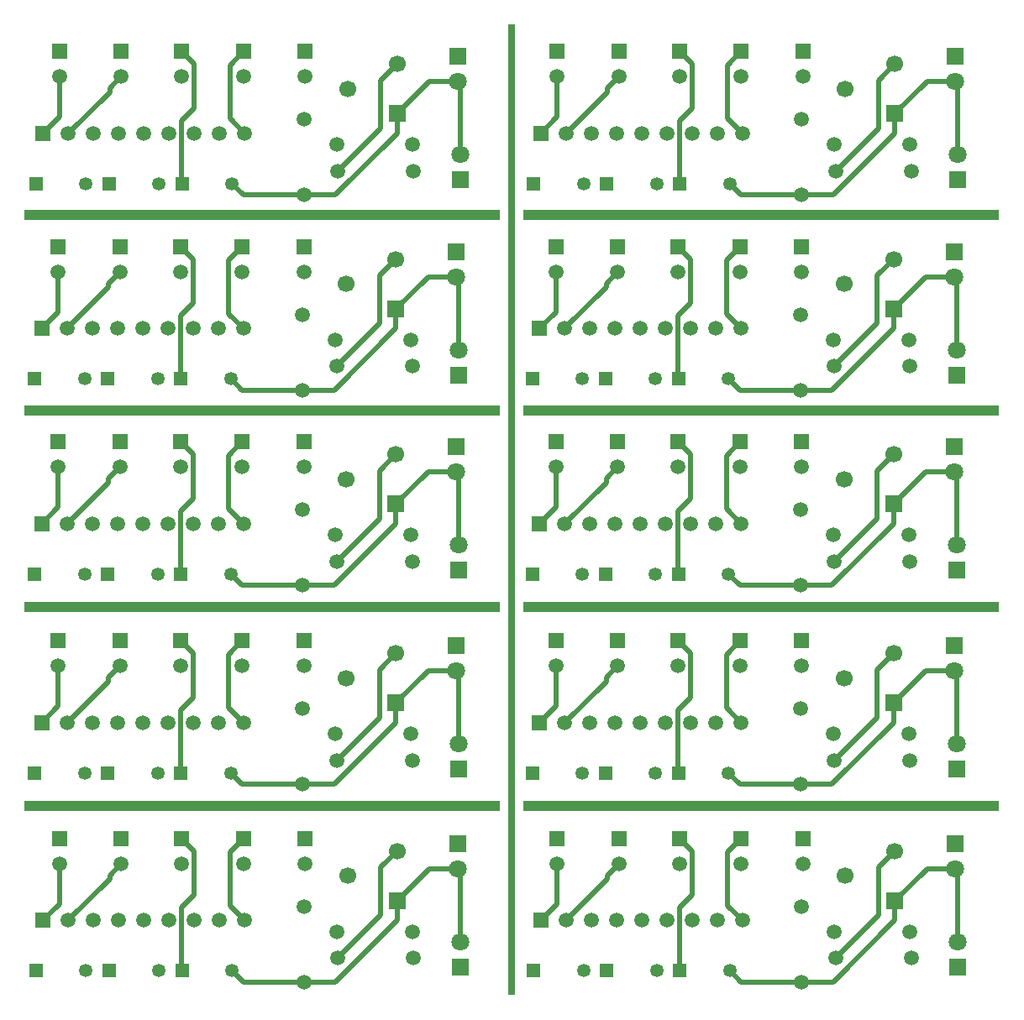
<source format=gtl>
G04 Layer_Physical_Order=1*
G04 Layer_Color=255*
%FSLAX25Y25*%
%MOIN*%
G70*
G01*
G75*
%ADD10C,0.02000*%
%ADD11R,1.88976X0.03937*%
%ADD12R,0.02756X3.85827*%
%ADD13R,0.05905X0.05905*%
%ADD14C,0.05905*%
%ADD15C,0.05315*%
%ADD16R,0.05315X0.05315*%
%ADD17R,0.06693X0.06693*%
%ADD18C,0.06693*%
%ADD19R,0.07087X0.07087*%
%ADD20C,0.07087*%
%ADD21R,0.05905X0.05905*%
D10*
X38400Y362900D02*
X43000Y367500D01*
X38400Y361400D02*
Y362900D01*
X22000Y345000D02*
X38400Y361400D01*
X152500Y345000D02*
Y352815D01*
X12000Y345000D02*
X18500Y351500D01*
Y367500D01*
X86100Y350900D02*
X92000Y345000D01*
X86100Y350900D02*
Y372100D01*
X91500Y377500D01*
X67000D02*
X72000Y372500D01*
Y355000D02*
Y372500D01*
X67000Y350000D02*
X72000Y355000D01*
X177500Y336500D02*
Y364500D01*
X176500Y365500D02*
X177500Y364500D01*
X67000Y325157D02*
X67157Y325000D01*
X67000Y325157D02*
Y350000D01*
X129000Y330000D02*
X146000Y347000D01*
Y366000D01*
X152500Y372500D01*
X165185Y365500D02*
X176500D01*
X152500Y352815D02*
X165185Y365500D01*
X86843Y325000D02*
X91343Y320500D01*
X115500D01*
X128000D02*
X152500Y345000D01*
X115500Y320500D02*
X128000D01*
X313000D02*
X325500D01*
X350000Y345000D01*
X288843Y320500D02*
X313000D01*
X284343Y325000D02*
X288843Y320500D01*
X350000Y352815D02*
X362685Y365500D01*
X374000D01*
X343500Y366000D02*
X350000Y372500D01*
X343500Y347000D02*
Y366000D01*
X326500Y330000D02*
X343500Y347000D01*
X264500Y325157D02*
Y350000D01*
Y325157D02*
X264657Y325000D01*
X374000Y365500D02*
X375000Y364500D01*
Y336500D02*
Y364500D01*
X264500Y350000D02*
X269500Y355000D01*
Y372500D01*
X264500Y377500D02*
X269500Y372500D01*
X283600Y372100D02*
X289000Y377500D01*
X283600Y350900D02*
Y372100D01*
Y350900D02*
X289500Y345000D01*
X216000Y351500D02*
Y367500D01*
X209500Y345000D02*
X216000Y351500D01*
X350000Y345000D02*
Y352815D01*
X219500Y345000D02*
X235900Y361400D01*
Y362900D01*
X240500Y367500D01*
X37900Y285400D02*
X42500Y290000D01*
X37900Y283900D02*
Y285400D01*
X21500Y267500D02*
X37900Y283900D01*
X152000Y267500D02*
Y275315D01*
X11500Y267500D02*
X18000Y274000D01*
Y290000D01*
X85600Y273400D02*
X91500Y267500D01*
X85600Y273400D02*
Y294600D01*
X91000Y300000D01*
X66500D02*
X71500Y295000D01*
Y277500D02*
Y295000D01*
X66500Y272500D02*
X71500Y277500D01*
X177000Y259000D02*
Y287000D01*
X176000Y288000D02*
X177000Y287000D01*
X66500Y247657D02*
X66657Y247500D01*
X66500Y247657D02*
Y272500D01*
X128500Y252500D02*
X145500Y269500D01*
Y288500D01*
X152000Y295000D01*
X164685Y288000D02*
X176000D01*
X152000Y275315D02*
X164685Y288000D01*
X86343Y247500D02*
X90843Y243000D01*
X115000D01*
X127500D02*
X152000Y267500D01*
X115000Y243000D02*
X127500D01*
X312500D02*
X325000D01*
X349500Y267500D01*
X288343Y243000D02*
X312500D01*
X283843Y247500D02*
X288343Y243000D01*
X349500Y275315D02*
X362185Y288000D01*
X373500D01*
X343000Y288500D02*
X349500Y295000D01*
X343000Y269500D02*
Y288500D01*
X326000Y252500D02*
X343000Y269500D01*
X264000Y247657D02*
Y272500D01*
Y247657D02*
X264157Y247500D01*
X373500Y288000D02*
X374500Y287000D01*
Y259000D02*
Y287000D01*
X264000Y272500D02*
X269000Y277500D01*
Y295000D01*
X264000Y300000D02*
X269000Y295000D01*
X283100Y294600D02*
X288500Y300000D01*
X283100Y273400D02*
Y294600D01*
Y273400D02*
X289000Y267500D01*
X215500Y274000D02*
Y290000D01*
X209000Y267500D02*
X215500Y274000D01*
X349500Y267500D02*
Y275315D01*
X219000Y267500D02*
X235400Y283900D01*
Y285400D01*
X240000Y290000D01*
X37900Y207900D02*
X42500Y212500D01*
X37900Y206400D02*
Y207900D01*
X21500Y190000D02*
X37900Y206400D01*
X152000Y190000D02*
Y197815D01*
X11500Y190000D02*
X18000Y196500D01*
Y212500D01*
X85600Y195900D02*
X91500Y190000D01*
X85600Y195900D02*
Y217100D01*
X91000Y222500D01*
X66500D02*
X71500Y217500D01*
Y200000D02*
Y217500D01*
X66500Y195000D02*
X71500Y200000D01*
X177000Y181500D02*
Y209500D01*
X176000Y210500D02*
X177000Y209500D01*
X66500Y170157D02*
X66657Y170000D01*
X66500Y170157D02*
Y195000D01*
X128500Y175000D02*
X145500Y192000D01*
Y211000D01*
X152000Y217500D01*
X164685Y210500D02*
X176000D01*
X152000Y197815D02*
X164685Y210500D01*
X86343Y170000D02*
X90843Y165500D01*
X115000D01*
X127500D02*
X152000Y190000D01*
X115000Y165500D02*
X127500D01*
X312500D02*
X325000D01*
X349500Y190000D01*
X288343Y165500D02*
X312500D01*
X283843Y170000D02*
X288343Y165500D01*
X349500Y197815D02*
X362185Y210500D01*
X373500D01*
X343000Y211000D02*
X349500Y217500D01*
X343000Y192000D02*
Y211000D01*
X326000Y175000D02*
X343000Y192000D01*
X264000Y170157D02*
Y195000D01*
Y170157D02*
X264157Y170000D01*
X373500Y210500D02*
X374500Y209500D01*
Y181500D02*
Y209500D01*
X264000Y195000D02*
X269000Y200000D01*
Y217500D01*
X264000Y222500D02*
X269000Y217500D01*
X283100Y217100D02*
X288500Y222500D01*
X283100Y195900D02*
Y217100D01*
Y195900D02*
X289000Y190000D01*
X215500Y196500D02*
Y212500D01*
X209000Y190000D02*
X215500Y196500D01*
X349500Y190000D02*
Y197815D01*
X219000Y190000D02*
X235400Y206400D01*
Y207900D01*
X240000Y212500D01*
X37900Y128900D02*
X42500Y133500D01*
X37900Y127400D02*
Y128900D01*
X21500Y111000D02*
X37900Y127400D01*
X152000Y111000D02*
Y118815D01*
X11500Y111000D02*
X18000Y117500D01*
Y133500D01*
X85600Y116900D02*
X91500Y111000D01*
X85600Y116900D02*
Y138100D01*
X91000Y143500D01*
X66500D02*
X71500Y138500D01*
Y121000D02*
Y138500D01*
X66500Y116000D02*
X71500Y121000D01*
X177000Y102500D02*
Y130500D01*
X176000Y131500D02*
X177000Y130500D01*
X66500Y91157D02*
X66657Y91000D01*
X66500Y91157D02*
Y116000D01*
X128500Y96000D02*
X145500Y113000D01*
Y132000D01*
X152000Y138500D01*
X164685Y131500D02*
X176000D01*
X152000Y118815D02*
X164685Y131500D01*
X86343Y91000D02*
X90843Y86500D01*
X115000D01*
X127500D02*
X152000Y111000D01*
X115000Y86500D02*
X127500D01*
X312500D02*
X325000D01*
X349500Y111000D01*
X288343Y86500D02*
X312500D01*
X283843Y91000D02*
X288343Y86500D01*
X349500Y118815D02*
X362185Y131500D01*
X373500D01*
X343000Y132000D02*
X349500Y138500D01*
X343000Y113000D02*
Y132000D01*
X326000Y96000D02*
X343000Y113000D01*
X264000Y91157D02*
Y116000D01*
Y91157D02*
X264157Y91000D01*
X373500Y131500D02*
X374500Y130500D01*
Y102500D02*
Y130500D01*
X264000Y116000D02*
X269000Y121000D01*
Y138500D01*
X264000Y143500D02*
X269000Y138500D01*
X283100Y138100D02*
X288500Y143500D01*
X283100Y116900D02*
Y138100D01*
Y116900D02*
X289000Y111000D01*
X215500Y117500D02*
Y133500D01*
X209000Y111000D02*
X215500Y117500D01*
X349500Y111000D02*
Y118815D01*
X219000Y111000D02*
X235400Y127400D01*
Y128900D01*
X240000Y133500D01*
X235900Y50400D02*
X240500Y55000D01*
X235900Y48900D02*
Y50400D01*
X219500Y32500D02*
X235900Y48900D01*
X350000Y32500D02*
Y40315D01*
X209500Y32500D02*
X216000Y39000D01*
Y55000D01*
X283600Y38400D02*
X289500Y32500D01*
X283600Y38400D02*
Y59600D01*
X289000Y65000D01*
X264500D02*
X269500Y60000D01*
Y42500D02*
Y60000D01*
X264500Y37500D02*
X269500Y42500D01*
X375000Y24000D02*
Y52000D01*
X374000Y53000D02*
X375000Y52000D01*
X264500Y12657D02*
X264657Y12500D01*
X264500Y12657D02*
Y37500D01*
X326500Y17500D02*
X343500Y34500D01*
Y53500D01*
X350000Y60000D01*
X362685Y53000D02*
X374000D01*
X350000Y40315D02*
X362685Y53000D01*
X284343Y12500D02*
X288843Y8000D01*
X313000D01*
X325500D02*
X350000Y32500D01*
X313000Y8000D02*
X325500D01*
X115500D02*
X128000D01*
X152500Y32500D01*
X91343Y8000D02*
X115500D01*
X86843Y12500D02*
X91343Y8000D01*
X152500Y40315D02*
X165185Y53000D01*
X176500D01*
X146000Y53500D02*
X152500Y60000D01*
X146000Y34500D02*
Y53500D01*
X129000Y17500D02*
X146000Y34500D01*
X67000Y12657D02*
Y37500D01*
Y12657D02*
X67157Y12500D01*
X176500Y53000D02*
X177500Y52000D01*
Y24000D02*
Y52000D01*
X67000Y37500D02*
X72000Y42500D01*
Y60000D01*
X67000Y65000D02*
X72000Y60000D01*
X86100Y59600D02*
X91500Y65000D01*
X86100Y38400D02*
Y59600D01*
Y38400D02*
X92000Y32500D01*
X18500Y39000D02*
Y55000D01*
X12000Y32500D02*
X18500Y39000D01*
X152500Y32500D02*
Y40315D01*
X22000Y32500D02*
X38400Y48900D01*
Y50400D01*
X43000Y55000D01*
D11*
X297000Y78000D02*
D03*
Y157000D02*
D03*
Y235000D02*
D03*
Y312500D02*
D03*
X99000D02*
D03*
Y235000D02*
D03*
Y157000D02*
D03*
Y78000D02*
D03*
D12*
X198000Y195500D02*
D03*
D13*
X18500Y377500D02*
D03*
X43000D02*
D03*
X67000D02*
D03*
X91500D02*
D03*
X116000D02*
D03*
X313500D02*
D03*
X289000D02*
D03*
X264500D02*
D03*
X240500D02*
D03*
X216000D02*
D03*
X18000Y300000D02*
D03*
X42500D02*
D03*
X66500D02*
D03*
X91000D02*
D03*
X115500D02*
D03*
X313000D02*
D03*
X288500D02*
D03*
X264000D02*
D03*
X240000D02*
D03*
X215500D02*
D03*
X18000Y222500D02*
D03*
X42500D02*
D03*
X66500D02*
D03*
X91000D02*
D03*
X115500D02*
D03*
X313000D02*
D03*
X288500D02*
D03*
X264000D02*
D03*
X240000D02*
D03*
X215500D02*
D03*
X18000Y143500D02*
D03*
X42500D02*
D03*
X66500D02*
D03*
X91000D02*
D03*
X115500D02*
D03*
X313000D02*
D03*
X288500D02*
D03*
X264000D02*
D03*
X240000D02*
D03*
X215500D02*
D03*
X216000Y65000D02*
D03*
X240500D02*
D03*
X264500D02*
D03*
X289000D02*
D03*
X313500D02*
D03*
X67000D02*
D03*
X43000D02*
D03*
X18500D02*
D03*
X116000D02*
D03*
X91500D02*
D03*
D14*
X18500Y367500D02*
D03*
X129000Y330000D02*
D03*
X159000D02*
D03*
X43000Y367500D02*
D03*
X67000D02*
D03*
X91500D02*
D03*
X116000D02*
D03*
X115500Y350500D02*
D03*
Y320500D02*
D03*
X158500Y340500D02*
D03*
X128500D02*
D03*
X32000Y345000D02*
D03*
X42000D02*
D03*
X52000D02*
D03*
X62000D02*
D03*
X72000D02*
D03*
X82000D02*
D03*
X92000D02*
D03*
X22000D02*
D03*
X229500D02*
D03*
X239500D02*
D03*
X249500D02*
D03*
X259500D02*
D03*
X269500D02*
D03*
X279500D02*
D03*
X289500D02*
D03*
X219500D02*
D03*
X356000Y340500D02*
D03*
X326000D02*
D03*
X313000Y350500D02*
D03*
Y320500D02*
D03*
X313500Y367500D02*
D03*
X289000D02*
D03*
X264500D02*
D03*
X240500D02*
D03*
X326500Y330000D02*
D03*
X356500D02*
D03*
X216000Y367500D02*
D03*
X18000Y290000D02*
D03*
X128500Y252500D02*
D03*
X158500D02*
D03*
X42500Y290000D02*
D03*
X66500D02*
D03*
X91000D02*
D03*
X115500D02*
D03*
X115000Y273000D02*
D03*
Y243000D02*
D03*
X158000Y263000D02*
D03*
X128000D02*
D03*
X31500Y267500D02*
D03*
X41500D02*
D03*
X51500D02*
D03*
X61500D02*
D03*
X71500D02*
D03*
X81500D02*
D03*
X91500D02*
D03*
X21500D02*
D03*
X229000D02*
D03*
X239000D02*
D03*
X249000D02*
D03*
X259000D02*
D03*
X269000D02*
D03*
X279000D02*
D03*
X289000D02*
D03*
X219000D02*
D03*
X355500Y263000D02*
D03*
X325500D02*
D03*
X312500Y273000D02*
D03*
Y243000D02*
D03*
X313000Y290000D02*
D03*
X288500D02*
D03*
X264000D02*
D03*
X240000D02*
D03*
X326000Y252500D02*
D03*
X356000D02*
D03*
X215500Y290000D02*
D03*
X18000Y212500D02*
D03*
X128500Y175000D02*
D03*
X158500D02*
D03*
X42500Y212500D02*
D03*
X66500D02*
D03*
X91000D02*
D03*
X115500D02*
D03*
X115000Y195500D02*
D03*
Y165500D02*
D03*
X158000Y185500D02*
D03*
X128000D02*
D03*
X31500Y190000D02*
D03*
X41500D02*
D03*
X51500D02*
D03*
X61500D02*
D03*
X71500D02*
D03*
X81500D02*
D03*
X91500D02*
D03*
X21500D02*
D03*
X229000D02*
D03*
X239000D02*
D03*
X249000D02*
D03*
X259000D02*
D03*
X269000D02*
D03*
X279000D02*
D03*
X289000D02*
D03*
X219000D02*
D03*
X355500Y185500D02*
D03*
X325500D02*
D03*
X312500Y195500D02*
D03*
Y165500D02*
D03*
X313000Y212500D02*
D03*
X288500D02*
D03*
X264000D02*
D03*
X240000D02*
D03*
X326000Y175000D02*
D03*
X356000D02*
D03*
X215500Y212500D02*
D03*
X18000Y133500D02*
D03*
X128500Y96000D02*
D03*
X158500D02*
D03*
X42500Y133500D02*
D03*
X66500D02*
D03*
X91000D02*
D03*
X115500D02*
D03*
X115000Y116500D02*
D03*
Y86500D02*
D03*
X158000Y106500D02*
D03*
X128000D02*
D03*
X31500Y111000D02*
D03*
X41500D02*
D03*
X51500D02*
D03*
X61500D02*
D03*
X71500D02*
D03*
X81500D02*
D03*
X91500D02*
D03*
X21500D02*
D03*
X229000D02*
D03*
X239000D02*
D03*
X249000D02*
D03*
X259000D02*
D03*
X269000D02*
D03*
X279000D02*
D03*
X289000D02*
D03*
X219000D02*
D03*
X355500Y106500D02*
D03*
X325500D02*
D03*
X312500Y116500D02*
D03*
Y86500D02*
D03*
X313000Y133500D02*
D03*
X288500D02*
D03*
X264000D02*
D03*
X240000D02*
D03*
X326000Y96000D02*
D03*
X356000D02*
D03*
X215500Y133500D02*
D03*
X216000Y55000D02*
D03*
X326500Y17500D02*
D03*
X356500D02*
D03*
X240500Y55000D02*
D03*
X264500D02*
D03*
X289000D02*
D03*
X313500D02*
D03*
X313000Y38000D02*
D03*
Y8000D02*
D03*
X356000Y28000D02*
D03*
X326000D02*
D03*
X229500Y32500D02*
D03*
X239500D02*
D03*
X249500D02*
D03*
X259500D02*
D03*
X269500D02*
D03*
X279500D02*
D03*
X289500D02*
D03*
X219500D02*
D03*
X32000D02*
D03*
X42000D02*
D03*
X52000D02*
D03*
X62000D02*
D03*
X72000D02*
D03*
X82000D02*
D03*
X92000D02*
D03*
X22000D02*
D03*
X67000Y55000D02*
D03*
X43000D02*
D03*
X18500D02*
D03*
X158500Y28000D02*
D03*
X128500D02*
D03*
X129000Y17500D02*
D03*
X159000D02*
D03*
X115500Y38000D02*
D03*
Y8000D02*
D03*
X116000Y55000D02*
D03*
X91500D02*
D03*
D15*
X57843Y325000D02*
D03*
X28843D02*
D03*
X86843D02*
D03*
X284343D02*
D03*
X226343D02*
D03*
X255343D02*
D03*
X57343Y247500D02*
D03*
X28343D02*
D03*
X86343D02*
D03*
X283843D02*
D03*
X225843D02*
D03*
X254843D02*
D03*
X57343Y170000D02*
D03*
X28343D02*
D03*
X86343D02*
D03*
X283843D02*
D03*
X225843D02*
D03*
X254843D02*
D03*
X57343Y91000D02*
D03*
X28343D02*
D03*
X86343D02*
D03*
X283843D02*
D03*
X225843D02*
D03*
X254843D02*
D03*
X255343Y12500D02*
D03*
X226343D02*
D03*
X284343D02*
D03*
X86843D02*
D03*
X28843D02*
D03*
X57843D02*
D03*
D16*
X38157Y325000D02*
D03*
X9157D02*
D03*
X67157D02*
D03*
X264657D02*
D03*
X206657D02*
D03*
X235657D02*
D03*
X37657Y247500D02*
D03*
X8657D02*
D03*
X66657D02*
D03*
X264157D02*
D03*
X206157D02*
D03*
X235157D02*
D03*
X37657Y170000D02*
D03*
X8657D02*
D03*
X66657D02*
D03*
X264157D02*
D03*
X206157D02*
D03*
X235157D02*
D03*
X37657Y91000D02*
D03*
X8657D02*
D03*
X66657D02*
D03*
X264157D02*
D03*
X206157D02*
D03*
X235157D02*
D03*
X235657Y12500D02*
D03*
X206657D02*
D03*
X264657D02*
D03*
X67157D02*
D03*
X9157D02*
D03*
X38157D02*
D03*
D17*
X152500Y352815D02*
D03*
X350000D02*
D03*
X152000Y275315D02*
D03*
X349500D02*
D03*
X152000Y197815D02*
D03*
X349500D02*
D03*
X152000Y118815D02*
D03*
X349500D02*
D03*
X350000Y40315D02*
D03*
X152500D02*
D03*
D18*
X132815Y362657D02*
D03*
X152500Y372500D02*
D03*
X330315Y362657D02*
D03*
X350000Y372500D02*
D03*
X132315Y285157D02*
D03*
X152000Y295000D02*
D03*
X329815Y285157D02*
D03*
X349500Y295000D02*
D03*
X132315Y207657D02*
D03*
X152000Y217500D02*
D03*
X329815Y207657D02*
D03*
X349500Y217500D02*
D03*
X132315Y128657D02*
D03*
X152000Y138500D02*
D03*
X329815Y128657D02*
D03*
X349500Y138500D02*
D03*
X330315Y50157D02*
D03*
X350000Y60000D02*
D03*
X132815Y50157D02*
D03*
X152500Y60000D02*
D03*
D19*
X176500Y375500D02*
D03*
X177500Y326500D02*
D03*
X375000D02*
D03*
X374000Y375500D02*
D03*
X176000Y298000D02*
D03*
X177000Y249000D02*
D03*
X374500D02*
D03*
X373500Y298000D02*
D03*
X176000Y220500D02*
D03*
X177000Y171500D02*
D03*
X374500D02*
D03*
X373500Y220500D02*
D03*
X176000Y141500D02*
D03*
X177000Y92500D02*
D03*
X374500D02*
D03*
X373500Y141500D02*
D03*
X374000Y63000D02*
D03*
X375000Y14000D02*
D03*
X176500Y63000D02*
D03*
X177500Y14000D02*
D03*
D20*
X176500Y365500D02*
D03*
X177500Y336500D02*
D03*
X375000D02*
D03*
X374000Y365500D02*
D03*
X176000Y288000D02*
D03*
X177000Y259000D02*
D03*
X374500D02*
D03*
X373500Y288000D02*
D03*
X176000Y210500D02*
D03*
X177000Y181500D02*
D03*
X374500D02*
D03*
X373500Y210500D02*
D03*
X176000Y131500D02*
D03*
X177000Y102500D02*
D03*
X374500D02*
D03*
X373500Y131500D02*
D03*
X374000Y53000D02*
D03*
X375000Y24000D02*
D03*
X176500Y53000D02*
D03*
X177500Y24000D02*
D03*
D21*
X12000Y345000D02*
D03*
X209500D02*
D03*
X11500Y267500D02*
D03*
X209000D02*
D03*
X11500Y190000D02*
D03*
X209000D02*
D03*
X11500Y111000D02*
D03*
X209000D02*
D03*
X209500Y32500D02*
D03*
X12000D02*
D03*
M02*

</source>
